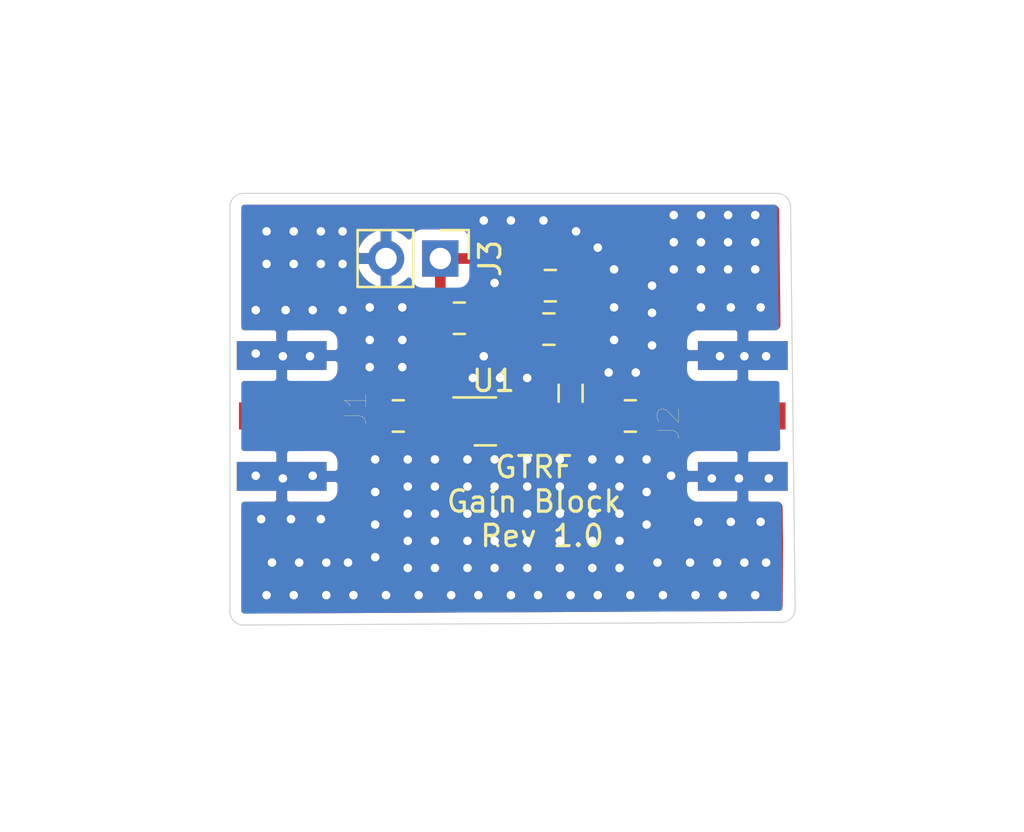
<source format=kicad_pcb>
(kicad_pcb (version 20171130) (host pcbnew "(5.1.9)-1")

  (general
    (thickness 1.6)
    (drawings 9)
    (tracks 164)
    (zones 0)
    (modules 10)
    (nets 11)
  )

  (page A4)
  (layers
    (0 F.Cu signal)
    (31 B.Cu signal)
    (32 B.Adhes user)
    (33 F.Adhes user)
    (34 B.Paste user)
    (35 F.Paste user)
    (36 B.SilkS user)
    (37 F.SilkS user)
    (38 B.Mask user)
    (39 F.Mask user)
    (40 Dwgs.User user)
    (41 Cmts.User user)
    (42 Eco1.User user)
    (43 Eco2.User user)
    (44 Edge.Cuts user)
    (45 Margin user)
    (46 B.CrtYd user)
    (47 F.CrtYd user)
    (48 B.Fab user)
    (49 F.Fab user)
  )

  (setup
    (last_trace_width 0.25)
    (trace_clearance 0.2)
    (zone_clearance 0.508)
    (zone_45_only no)
    (trace_min 0.2)
    (via_size 0.8)
    (via_drill 0.4)
    (via_min_size 0.4)
    (via_min_drill 0.3)
    (uvia_size 0.3)
    (uvia_drill 0.1)
    (uvias_allowed no)
    (uvia_min_size 0.2)
    (uvia_min_drill 0.1)
    (edge_width 0.05)
    (segment_width 0.2)
    (pcb_text_width 0.3)
    (pcb_text_size 1.5 1.5)
    (mod_edge_width 0.12)
    (mod_text_size 1 1)
    (mod_text_width 0.15)
    (pad_size 1.35 4.2)
    (pad_drill 0)
    (pad_to_mask_clearance 0)
    (aux_axis_origin 0 0)
    (visible_elements 7FFFFFFF)
    (pcbplotparams
      (layerselection 0x010fc_ffffffff)
      (usegerberextensions false)
      (usegerberattributes true)
      (usegerberadvancedattributes true)
      (creategerberjobfile true)
      (excludeedgelayer true)
      (linewidth 0.100000)
      (plotframeref false)
      (viasonmask false)
      (mode 1)
      (useauxorigin false)
      (hpglpennumber 1)
      (hpglpenspeed 20)
      (hpglpendiameter 15.000000)
      (psnegative false)
      (psa4output false)
      (plotreference true)
      (plotvalue true)
      (plotinvisibletext false)
      (padsonsilk false)
      (subtractmaskfromsilk false)
      (outputformat 1)
      (mirror false)
      (drillshape 0)
      (scaleselection 1)
      (outputdirectory "Gerber/"))
  )

  (net 0 "")
  (net 1 "Net-(CC1-Pad1)")
  (net 2 "Net-(CC1-Pad2)")
  (net 3 "Net-(CC2-Pad2)")
  (net 4 "Net-(CC2-Pad1)")
  (net 5 VCC)
  (net 6 GND)
  (net 7 "Net-(U1-Pad3)")
  (net 8 "Net-(U1-Pad8)")
  (net 9 "Net-(U1-Pad4)")
  (net 10 "Net-(U1-Pad6)")

  (net_class Default "This is the default net class."
    (clearance 0.2)
    (trace_width 0.25)
    (via_dia 0.8)
    (via_drill 0.4)
    (uvia_dia 0.3)
    (uvia_drill 0.1)
    (add_net GND)
    (add_net "Net-(CC1-Pad1)")
    (add_net "Net-(CC1-Pad2)")
    (add_net "Net-(CC2-Pad1)")
    (add_net "Net-(CC2-Pad2)")
    (add_net "Net-(U1-Pad3)")
    (add_net "Net-(U1-Pad4)")
    (add_net "Net-(U1-Pad6)")
    (add_net "Net-(U1-Pad8)")
    (add_net VCC)
  )

  (module AdditionalLibs:SAMTEC_SMA-J-P-H-ST-EM1 (layer F.Cu) (tedit 60097A86) (tstamp 60104B57)
    (at 114.427 80.264 90)
    (path /60106D72)
    (fp_text reference J2 (at -0.34105 -3.66967 90) (layer F.SilkS)
      (effects (font (size 1 1) (thickness 0.015)))
    )
    (fp_text value SMA-J-P-H-ST-EM1 (at 11.20429 12.3677 90) (layer F.Fab)
      (effects (font (size 1 1) (thickness 0.015)))
    )
    (fp_text user PCB~EDGE (at 4.30403 1.70159 90) (layer F.Fab)
      (effects (font (size 0.48 0.48) (thickness 0.015)))
    )
    (fp_line (start -3.75 2.15) (end -3.75 -2.55) (layer F.CrtYd) (width 0.05))
    (fp_line (start -3.415 2.15) (end -3.75 2.15) (layer F.CrtYd) (width 0.05))
    (fp_line (start -3.415 11.67) (end -3.415 2.15) (layer F.CrtYd) (width 0.05))
    (fp_line (start 3.415 11.67) (end -3.415 11.67) (layer F.CrtYd) (width 0.05))
    (fp_line (start 3.415 2.15) (end 3.415 11.67) (layer F.CrtYd) (width 0.05))
    (fp_line (start 3.75 2.15) (end 3.415 2.15) (layer F.CrtYd) (width 0.05))
    (fp_line (start 3.75 -2.55) (end 3.75 2.15) (layer F.CrtYd) (width 0.05))
    (fp_line (start -3.75 -2.55) (end 3.75 -2.55) (layer F.CrtYd) (width 0.05))
    (fp_line (start 3.175 -1.91) (end 3.165 1.9) (layer F.Fab) (width 0.1))
    (fp_line (start -3.175 -1.91) (end 3.175 -1.91) (layer F.Fab) (width 0.1))
    (fp_line (start -3.165 1.9) (end -3.175 -1.91) (layer F.Fab) (width 0.1))
    (fp_line (start 3.165 1.9) (end 5 1.9) (layer F.Fab) (width 0.1))
    (fp_line (start -3.165 1.9) (end 3.165 1.9) (layer F.Fab) (width 0.1))
    (fp_line (start -5 1.9) (end -3.165 1.9) (layer F.Fab) (width 0.1))
    (fp_line (start -3.165 11.42) (end -3.165 1.9) (layer F.Fab) (width 0.1))
    (fp_line (start 3.165 11.42) (end -3.165 11.42) (layer F.Fab) (width 0.1))
    (fp_line (start 3.165 1.9) (end 3.165 11.42) (layer F.Fab) (width 0.1))
    (pad 3_2 smd rect (at 2.825 -0.2 90) (size 1.35 4.2) (layers B.Cu B.Paste B.Mask)
      (net 6 GND))
    (pad 2_2 smd rect (at -2.825 -0.2 90) (size 1.35 4.2) (layers B.Cu B.Paste B.Mask)
      (net 6 GND))
    (pad 3_1 smd rect (at 2.825 -0.2 90) (size 1.35 4.2) (layers F.Cu F.Paste F.Mask)
      (net 6 GND))
    (pad 2_1 smd rect (at -2.825 -0.2 90) (size 1.35 4.2) (layers F.Cu F.Paste F.Mask)
      (net 6 GND))
    (pad 1 smd rect (at 0 0 90) (size 1.27 3.6) (layers F.Cu F.Paste F.Mask)
      (net 4 "Net-(CC2-Pad1)"))
  )

  (module AdditionalLibs:SAMTEC_SMA-J-P-H-ST-EM1 (layer F.Cu) (tedit 60097A86) (tstamp 60104B3C)
    (at 92.456 80.264 270)
    (path /60104F62)
    (fp_text reference J1 (at -0.34105 -3.66967 90) (layer F.SilkS)
      (effects (font (size 1 1) (thickness 0.015)))
    )
    (fp_text value SMA-J-P-H-ST-EM1 (at 11.20429 12.3677 90) (layer F.Fab)
      (effects (font (size 1 1) (thickness 0.015)))
    )
    (fp_text user PCB~EDGE (at 4.30403 1.70159 90) (layer F.Fab)
      (effects (font (size 0.48 0.48) (thickness 0.015)))
    )
    (fp_line (start -3.75 2.15) (end -3.75 -2.55) (layer F.CrtYd) (width 0.05))
    (fp_line (start -3.415 2.15) (end -3.75 2.15) (layer F.CrtYd) (width 0.05))
    (fp_line (start -3.415 11.67) (end -3.415 2.15) (layer F.CrtYd) (width 0.05))
    (fp_line (start 3.415 11.67) (end -3.415 11.67) (layer F.CrtYd) (width 0.05))
    (fp_line (start 3.415 2.15) (end 3.415 11.67) (layer F.CrtYd) (width 0.05))
    (fp_line (start 3.75 2.15) (end 3.415 2.15) (layer F.CrtYd) (width 0.05))
    (fp_line (start 3.75 -2.55) (end 3.75 2.15) (layer F.CrtYd) (width 0.05))
    (fp_line (start -3.75 -2.55) (end 3.75 -2.55) (layer F.CrtYd) (width 0.05))
    (fp_line (start 3.175 -1.91) (end 3.165 1.9) (layer F.Fab) (width 0.1))
    (fp_line (start -3.175 -1.91) (end 3.175 -1.91) (layer F.Fab) (width 0.1))
    (fp_line (start -3.165 1.9) (end -3.175 -1.91) (layer F.Fab) (width 0.1))
    (fp_line (start 3.165 1.9) (end 5 1.9) (layer F.Fab) (width 0.1))
    (fp_line (start -3.165 1.9) (end 3.165 1.9) (layer F.Fab) (width 0.1))
    (fp_line (start -5 1.9) (end -3.165 1.9) (layer F.Fab) (width 0.1))
    (fp_line (start -3.165 11.42) (end -3.165 1.9) (layer F.Fab) (width 0.1))
    (fp_line (start 3.165 11.42) (end -3.165 11.42) (layer F.Fab) (width 0.1))
    (fp_line (start 3.165 1.9) (end 3.165 11.42) (layer F.Fab) (width 0.1))
    (pad 3_2 smd rect (at 2.825 -0.2 270) (size 1.35 4.2) (layers B.Cu B.Paste B.Mask)
      (net 6 GND))
    (pad 2_2 smd rect (at -2.825 -0.2 270) (size 1.35 4.2) (layers B.Cu B.Paste B.Mask)
      (net 6 GND))
    (pad 3_1 smd rect (at 2.825 -0.2 270) (size 1.35 4.2) (layers F.Cu F.Paste F.Mask)
      (net 6 GND))
    (pad 2_1 smd rect (at -2.825 -0.2 270) (size 1.35 4.2) (layers F.Cu F.Paste F.Mask)
      (net 6 GND))
    (pad 1 smd rect (at 0 0 270) (size 1.27 3.6) (layers F.Cu F.Paste F.Mask)
      (net 2 "Net-(CC1-Pad2)"))
  )

  (module Connector_PinHeader_2.54mm:PinHeader_1x02_P2.54mm_Vertical (layer F.Cu) (tedit 59FED5CC) (tstamp 6010692D)
    (at 100.076 72.898 270)
    (descr "Through hole straight pin header, 1x02, 2.54mm pitch, single row")
    (tags "Through hole pin header THT 1x02 2.54mm single row")
    (path /60106FBE)
    (fp_text reference J3 (at 0 -2.33 90) (layer F.SilkS)
      (effects (font (size 1 1) (thickness 0.15)))
    )
    (fp_text value Conn_01x02 (at 0 4.87 90) (layer F.Fab)
      (effects (font (size 1 1) (thickness 0.15)))
    )
    (fp_line (start -0.635 -1.27) (end 1.27 -1.27) (layer F.Fab) (width 0.1))
    (fp_line (start 1.27 -1.27) (end 1.27 3.81) (layer F.Fab) (width 0.1))
    (fp_line (start 1.27 3.81) (end -1.27 3.81) (layer F.Fab) (width 0.1))
    (fp_line (start -1.27 3.81) (end -1.27 -0.635) (layer F.Fab) (width 0.1))
    (fp_line (start -1.27 -0.635) (end -0.635 -1.27) (layer F.Fab) (width 0.1))
    (fp_line (start -1.33 3.87) (end 1.33 3.87) (layer F.SilkS) (width 0.12))
    (fp_line (start -1.33 1.27) (end -1.33 3.87) (layer F.SilkS) (width 0.12))
    (fp_line (start 1.33 1.27) (end 1.33 3.87) (layer F.SilkS) (width 0.12))
    (fp_line (start -1.33 1.27) (end 1.33 1.27) (layer F.SilkS) (width 0.12))
    (fp_line (start -1.33 0) (end -1.33 -1.33) (layer F.SilkS) (width 0.12))
    (fp_line (start -1.33 -1.33) (end 0 -1.33) (layer F.SilkS) (width 0.12))
    (fp_line (start -1.8 -1.8) (end -1.8 4.35) (layer F.CrtYd) (width 0.05))
    (fp_line (start -1.8 4.35) (end 1.8 4.35) (layer F.CrtYd) (width 0.05))
    (fp_line (start 1.8 4.35) (end 1.8 -1.8) (layer F.CrtYd) (width 0.05))
    (fp_line (start 1.8 -1.8) (end -1.8 -1.8) (layer F.CrtYd) (width 0.05))
    (fp_text user %R (at 0 1.27) (layer F.Fab)
      (effects (font (size 1 1) (thickness 0.15)))
    )
    (pad 2 thru_hole oval (at 0 2.54 270) (size 1.7 1.7) (drill 1) (layers *.Cu *.Mask)
      (net 6 GND))
    (pad 1 thru_hole rect (at 0 0 270) (size 1.7 1.7) (drill 1) (layers *.Cu *.Mask)
      (net 5 VCC))
    (model ${KISYS3DMOD}/Connector_PinHeader_2.54mm.3dshapes/PinHeader_1x02_P2.54mm_Vertical.wrl
      (at (xyz 0 0 0))
      (scale (xyz 1 1 1))
      (rotate (xyz 0 0 0))
    )
  )

  (module Capacitor_SMD:C_0805_2012Metric (layer F.Cu) (tedit 5F68FEEE) (tstamp 60077B69)
    (at 98.11 80.264 180)
    (descr "Capacitor SMD 0805 (2012 Metric), square (rectangular) end terminal, IPC_7351 nominal, (Body size source: IPC-SM-782 page 76, https://www.pcb-3d.com/wordpress/wp-content/uploads/ipc-sm-782a_amendment_1_and_2.pdf, https://docs.google.com/spreadsheets/d/1BsfQQcO9C6DZCsRaXUlFlo91Tg2WpOkGARC1WS5S8t0/edit?usp=sharing), generated with kicad-footprint-generator")
    (tags capacitor)
    (path /60083F0D)
    (attr smd)
    (fp_text reference CC1 (at 0 -1.68) (layer F.SilkS) hide
      (effects (font (size 1 1) (thickness 0.15)))
    )
    (fp_text value .47u (at 0 1.68) (layer F.Fab) hide
      (effects (font (size 1 1) (thickness 0.15)))
    )
    (fp_line (start -1 0.625) (end -1 -0.625) (layer F.Fab) (width 0.1))
    (fp_line (start -1 -0.625) (end 1 -0.625) (layer F.Fab) (width 0.1))
    (fp_line (start 1 -0.625) (end 1 0.625) (layer F.Fab) (width 0.1))
    (fp_line (start 1 0.625) (end -1 0.625) (layer F.Fab) (width 0.1))
    (fp_line (start -0.261252 -0.735) (end 0.261252 -0.735) (layer F.SilkS) (width 0.12))
    (fp_line (start -0.261252 0.735) (end 0.261252 0.735) (layer F.SilkS) (width 0.12))
    (fp_line (start -1.7 0.98) (end -1.7 -0.98) (layer F.CrtYd) (width 0.05))
    (fp_line (start -1.7 -0.98) (end 1.7 -0.98) (layer F.CrtYd) (width 0.05))
    (fp_line (start 1.7 -0.98) (end 1.7 0.98) (layer F.CrtYd) (width 0.05))
    (fp_line (start 1.7 0.98) (end -1.7 0.98) (layer F.CrtYd) (width 0.05))
    (fp_text user %R (at 0 0) (layer F.Fab)
      (effects (font (size 0.5 0.5) (thickness 0.08)))
    )
    (pad 1 smd roundrect (at -0.95 0 180) (size 1 1.45) (layers F.Cu F.Paste F.Mask) (roundrect_rratio 0.25)
      (net 1 "Net-(CC1-Pad1)"))
    (pad 2 smd roundrect (at 0.95 0 180) (size 1 1.45) (layers F.Cu F.Paste F.Mask) (roundrect_rratio 0.25)
      (net 2 "Net-(CC1-Pad2)"))
    (model ${KISYS3DMOD}/Capacitor_SMD.3dshapes/C_0805_2012Metric.wrl
      (at (xyz 0 0 0))
      (scale (xyz 1 1 1))
      (rotate (xyz 0 0 0))
    )
  )

  (module Capacitor_SMD:C_0805_2012Metric (layer F.Cu) (tedit 5F68FEEE) (tstamp 60077B7A)
    (at 108.966 80.264 180)
    (descr "Capacitor SMD 0805 (2012 Metric), square (rectangular) end terminal, IPC_7351 nominal, (Body size source: IPC-SM-782 page 76, https://www.pcb-3d.com/wordpress/wp-content/uploads/ipc-sm-782a_amendment_1_and_2.pdf, https://docs.google.com/spreadsheets/d/1BsfQQcO9C6DZCsRaXUlFlo91Tg2WpOkGARC1WS5S8t0/edit?usp=sharing), generated with kicad-footprint-generator")
    (tags capacitor)
    (path /60084D5C)
    (attr smd)
    (fp_text reference CC2 (at 0 -1.68) (layer F.SilkS) hide
      (effects (font (size 1 1) (thickness 0.15)))
    )
    (fp_text value .47u (at 0 1.68) (layer F.Fab) hide
      (effects (font (size 1 1) (thickness 0.15)))
    )
    (fp_line (start 1.7 0.98) (end -1.7 0.98) (layer F.CrtYd) (width 0.05))
    (fp_line (start 1.7 -0.98) (end 1.7 0.98) (layer F.CrtYd) (width 0.05))
    (fp_line (start -1.7 -0.98) (end 1.7 -0.98) (layer F.CrtYd) (width 0.05))
    (fp_line (start -1.7 0.98) (end -1.7 -0.98) (layer F.CrtYd) (width 0.05))
    (fp_line (start -0.261252 0.735) (end 0.261252 0.735) (layer F.SilkS) (width 0.12))
    (fp_line (start -0.261252 -0.735) (end 0.261252 -0.735) (layer F.SilkS) (width 0.12))
    (fp_line (start 1 0.625) (end -1 0.625) (layer F.Fab) (width 0.1))
    (fp_line (start 1 -0.625) (end 1 0.625) (layer F.Fab) (width 0.1))
    (fp_line (start -1 -0.625) (end 1 -0.625) (layer F.Fab) (width 0.1))
    (fp_line (start -1 0.625) (end -1 -0.625) (layer F.Fab) (width 0.1))
    (fp_text user %R (at 0 0) (layer F.Fab)
      (effects (font (size 0.5 0.5) (thickness 0.08)))
    )
    (pad 2 smd roundrect (at 0.95 0 180) (size 1 1.45) (layers F.Cu F.Paste F.Mask) (roundrect_rratio 0.25)
      (net 3 "Net-(CC2-Pad2)"))
    (pad 1 smd roundrect (at -0.95 0 180) (size 1 1.45) (layers F.Cu F.Paste F.Mask) (roundrect_rratio 0.25)
      (net 4 "Net-(CC2-Pad1)"))
    (model ${KISYS3DMOD}/Capacitor_SMD.3dshapes/C_0805_2012Metric.wrl
      (at (xyz 0 0 0))
      (scale (xyz 1 1 1))
      (rotate (xyz 0 0 0))
    )
  )

  (module Capacitor_SMD:C_0805_2012Metric (layer F.Cu) (tedit 5F68FEEE) (tstamp 60077B8B)
    (at 100.965 75.692)
    (descr "Capacitor SMD 0805 (2012 Metric), square (rectangular) end terminal, IPC_7351 nominal, (Body size source: IPC-SM-782 page 76, https://www.pcb-3d.com/wordpress/wp-content/uploads/ipc-sm-782a_amendment_1_and_2.pdf, https://docs.google.com/spreadsheets/d/1BsfQQcO9C6DZCsRaXUlFlo91Tg2WpOkGARC1WS5S8t0/edit?usp=sharing), generated with kicad-footprint-generator")
    (tags capacitor)
    (path /6008A6A5)
    (attr smd)
    (fp_text reference CDC1 (at 0 -1.68) (layer F.SilkS) hide
      (effects (font (size 1 1) (thickness 0.15)))
    )
    (fp_text value .1u (at 0 1.68) (layer F.Fab) hide
      (effects (font (size 1 1) (thickness 0.15)))
    )
    (fp_line (start -1 0.625) (end -1 -0.625) (layer F.Fab) (width 0.1))
    (fp_line (start -1 -0.625) (end 1 -0.625) (layer F.Fab) (width 0.1))
    (fp_line (start 1 -0.625) (end 1 0.625) (layer F.Fab) (width 0.1))
    (fp_line (start 1 0.625) (end -1 0.625) (layer F.Fab) (width 0.1))
    (fp_line (start -0.261252 -0.735) (end 0.261252 -0.735) (layer F.SilkS) (width 0.12))
    (fp_line (start -0.261252 0.735) (end 0.261252 0.735) (layer F.SilkS) (width 0.12))
    (fp_line (start -1.7 0.98) (end -1.7 -0.98) (layer F.CrtYd) (width 0.05))
    (fp_line (start -1.7 -0.98) (end 1.7 -0.98) (layer F.CrtYd) (width 0.05))
    (fp_line (start 1.7 -0.98) (end 1.7 0.98) (layer F.CrtYd) (width 0.05))
    (fp_line (start 1.7 0.98) (end -1.7 0.98) (layer F.CrtYd) (width 0.05))
    (fp_text user %R (at 0 0) (layer F.Fab)
      (effects (font (size 0.5 0.5) (thickness 0.08)))
    )
    (pad 1 smd roundrect (at -0.95 0) (size 1 1.45) (layers F.Cu F.Paste F.Mask) (roundrect_rratio 0.25)
      (net 5 VCC))
    (pad 2 smd roundrect (at 0.95 0) (size 1 1.45) (layers F.Cu F.Paste F.Mask) (roundrect_rratio 0.25)
      (net 6 GND))
    (model ${KISYS3DMOD}/Capacitor_SMD.3dshapes/C_0805_2012Metric.wrl
      (at (xyz 0 0 0))
      (scale (xyz 1 1 1))
      (rotate (xyz 0 0 0))
    )
  )

  (module Capacitor_SMD:C_0805_2012Metric (layer F.Cu) (tedit 5F68FEEE) (tstamp 60077B9C)
    (at 105.156 76.2 180)
    (descr "Capacitor SMD 0805 (2012 Metric), square (rectangular) end terminal, IPC_7351 nominal, (Body size source: IPC-SM-782 page 76, https://www.pcb-3d.com/wordpress/wp-content/uploads/ipc-sm-782a_amendment_1_and_2.pdf, https://docs.google.com/spreadsheets/d/1BsfQQcO9C6DZCsRaXUlFlo91Tg2WpOkGARC1WS5S8t0/edit?usp=sharing), generated with kicad-footprint-generator")
    (tags capacitor)
    (path /6008A37F)
    (attr smd)
    (fp_text reference CRF1 (at 0 -1.68) (layer F.SilkS) hide
      (effects (font (size 1 1) (thickness 0.15)))
    )
    (fp_text value 20p (at 0 1.68) (layer F.Fab) hide
      (effects (font (size 1 1) (thickness 0.15)))
    )
    (fp_line (start 1.7 0.98) (end -1.7 0.98) (layer F.CrtYd) (width 0.05))
    (fp_line (start 1.7 -0.98) (end 1.7 0.98) (layer F.CrtYd) (width 0.05))
    (fp_line (start -1.7 -0.98) (end 1.7 -0.98) (layer F.CrtYd) (width 0.05))
    (fp_line (start -1.7 0.98) (end -1.7 -0.98) (layer F.CrtYd) (width 0.05))
    (fp_line (start -0.261252 0.735) (end 0.261252 0.735) (layer F.SilkS) (width 0.12))
    (fp_line (start -0.261252 -0.735) (end 0.261252 -0.735) (layer F.SilkS) (width 0.12))
    (fp_line (start 1 0.625) (end -1 0.625) (layer F.Fab) (width 0.1))
    (fp_line (start 1 -0.625) (end 1 0.625) (layer F.Fab) (width 0.1))
    (fp_line (start -1 -0.625) (end 1 -0.625) (layer F.Fab) (width 0.1))
    (fp_line (start -1 0.625) (end -1 -0.625) (layer F.Fab) (width 0.1))
    (fp_text user %R (at 0 0) (layer F.Fab)
      (effects (font (size 0.5 0.5) (thickness 0.08)))
    )
    (pad 2 smd roundrect (at 0.95 0 180) (size 1 1.45) (layers F.Cu F.Paste F.Mask) (roundrect_rratio 0.25)
      (net 6 GND))
    (pad 1 smd roundrect (at -0.95 0 180) (size 1 1.45) (layers F.Cu F.Paste F.Mask) (roundrect_rratio 0.25)
      (net 5 VCC))
    (model ${KISYS3DMOD}/Capacitor_SMD.3dshapes/C_0805_2012Metric.wrl
      (at (xyz 0 0 0))
      (scale (xyz 1 1 1))
      (rotate (xyz 0 0 0))
    )
  )

  (module Capacitor_SMD:C_0805_2012Metric (layer F.Cu) (tedit 5F68FEEE) (tstamp 60077BAD)
    (at 105.222 74.168 180)
    (descr "Capacitor SMD 0805 (2012 Metric), square (rectangular) end terminal, IPC_7351 nominal, (Body size source: IPC-SM-782 page 76, https://www.pcb-3d.com/wordpress/wp-content/uploads/ipc-sm-782a_amendment_1_and_2.pdf, https://docs.google.com/spreadsheets/d/1BsfQQcO9C6DZCsRaXUlFlo91Tg2WpOkGARC1WS5S8t0/edit?usp=sharing), generated with kicad-footprint-generator")
    (tags capacitor)
    (path /600895D3)
    (attr smd)
    (fp_text reference CRF2 (at 0 -1.68) (layer F.SilkS) hide
      (effects (font (size 1 1) (thickness 0.15)))
    )
    (fp_text value 20p (at 0 1.68) (layer F.Fab) hide
      (effects (font (size 1 1) (thickness 0.15)))
    )
    (fp_line (start -1 0.625) (end -1 -0.625) (layer F.Fab) (width 0.1))
    (fp_line (start -1 -0.625) (end 1 -0.625) (layer F.Fab) (width 0.1))
    (fp_line (start 1 -0.625) (end 1 0.625) (layer F.Fab) (width 0.1))
    (fp_line (start 1 0.625) (end -1 0.625) (layer F.Fab) (width 0.1))
    (fp_line (start -0.261252 -0.735) (end 0.261252 -0.735) (layer F.SilkS) (width 0.12))
    (fp_line (start -0.261252 0.735) (end 0.261252 0.735) (layer F.SilkS) (width 0.12))
    (fp_line (start -1.7 0.98) (end -1.7 -0.98) (layer F.CrtYd) (width 0.05))
    (fp_line (start -1.7 -0.98) (end 1.7 -0.98) (layer F.CrtYd) (width 0.05))
    (fp_line (start 1.7 -0.98) (end 1.7 0.98) (layer F.CrtYd) (width 0.05))
    (fp_line (start 1.7 0.98) (end -1.7 0.98) (layer F.CrtYd) (width 0.05))
    (fp_text user %R (at 0 0) (layer F.Fab)
      (effects (font (size 0.5 0.5) (thickness 0.08)))
    )
    (pad 1 smd roundrect (at -0.95 0 180) (size 1 1.45) (layers F.Cu F.Paste F.Mask) (roundrect_rratio 0.25)
      (net 5 VCC))
    (pad 2 smd roundrect (at 0.95 0 180) (size 1 1.45) (layers F.Cu F.Paste F.Mask) (roundrect_rratio 0.25)
      (net 6 GND))
    (model ${KISYS3DMOD}/Capacitor_SMD.3dshapes/C_0805_2012Metric.wrl
      (at (xyz 0 0 0))
      (scale (xyz 1 1 1))
      (rotate (xyz 0 0 0))
    )
  )

  (module Inductor_SMD:L_0805_2012Metric (layer F.Cu) (tedit 5F68FEF0) (tstamp 60077C04)
    (at 106.172 79.2015 270)
    (descr "Inductor SMD 0805 (2012 Metric), square (rectangular) end terminal, IPC_7351 nominal, (Body size source: IPC-SM-782 page 80, https://www.pcb-3d.com/wordpress/wp-content/uploads/ipc-sm-782a_amendment_1_and_2.pdf), generated with kicad-footprint-generator")
    (tags inductor)
    (path /6009DD00)
    (attr smd)
    (fp_text reference LRF1 (at 0 -1.55 90) (layer F.SilkS) hide
      (effects (font (size 1 1) (thickness 0.15)))
    )
    (fp_text value 100n (at 0 1.55 90) (layer F.Fab) hide
      (effects (font (size 1 1) (thickness 0.15)))
    )
    (fp_line (start -1 0.45) (end -1 -0.45) (layer F.Fab) (width 0.1))
    (fp_line (start -1 -0.45) (end 1 -0.45) (layer F.Fab) (width 0.1))
    (fp_line (start 1 -0.45) (end 1 0.45) (layer F.Fab) (width 0.1))
    (fp_line (start 1 0.45) (end -1 0.45) (layer F.Fab) (width 0.1))
    (fp_line (start -0.399622 -0.56) (end 0.399622 -0.56) (layer F.SilkS) (width 0.12))
    (fp_line (start -0.399622 0.56) (end 0.399622 0.56) (layer F.SilkS) (width 0.12))
    (fp_line (start -1.75 0.85) (end -1.75 -0.85) (layer F.CrtYd) (width 0.05))
    (fp_line (start -1.75 -0.85) (end 1.75 -0.85) (layer F.CrtYd) (width 0.05))
    (fp_line (start 1.75 -0.85) (end 1.75 0.85) (layer F.CrtYd) (width 0.05))
    (fp_line (start 1.75 0.85) (end -1.75 0.85) (layer F.CrtYd) (width 0.05))
    (fp_text user %R (at 0 0 90) (layer F.Fab)
      (effects (font (size 0.5 0.5) (thickness 0.08)))
    )
    (pad 1 smd roundrect (at -1.0625 0 270) (size 0.875 1.2) (layers F.Cu F.Paste F.Mask) (roundrect_rratio 0.25)
      (net 5 VCC))
    (pad 2 smd roundrect (at 1.0625 0 270) (size 0.875 1.2) (layers F.Cu F.Paste F.Mask) (roundrect_rratio 0.25)
      (net 3 "Net-(CC2-Pad2)"))
    (model ${KISYS3DMOD}/Inductor_SMD.3dshapes/L_0805_2012Metric.wrl
      (at (xyz 0 0 0))
      (scale (xyz 1 1 1))
      (rotate (xyz 0 0 0))
    )
  )

  (module Package_SON:WSON-8-1EP_2x2mm_P0.5mm_EP0.9x1.6mm (layer F.Cu) (tedit 5A65F6A7) (tstamp 6009382C)
    (at 102.1842 80.518)
    (descr "8-Lead Plastic WSON, 2x2mm Body, 0.5mm Pitch, WSON-8, http://www.ti.com/lit/ds/symlink/lm27761.pdf")
    (tags "WSON 8 1EP")
    (path /60076AFE)
    (attr smd)
    (fp_text reference U1 (at 0.38 -1.9) (layer F.SilkS)
      (effects (font (size 1 1) (thickness 0.15)))
    )
    (fp_text value TRF37A73 (at 0.01 2.14) (layer F.Fab)
      (effects (font (size 1 1) (thickness 0.15)))
    )
    (fp_line (start -0.5 -1) (end -1 -0.5) (layer F.Fab) (width 0.1))
    (fp_line (start -1 1) (end -1 -0.5) (layer F.Fab) (width 0.1))
    (fp_line (start 1 1) (end -1 1) (layer F.Fab) (width 0.1))
    (fp_line (start 1 -1) (end 1 1) (layer F.Fab) (width 0.1))
    (fp_line (start -0.5 -1) (end 1 -1) (layer F.Fab) (width 0.1))
    (fp_line (start -1.6 -1.25) (end -1.6 1.25) (layer F.CrtYd) (width 0.05))
    (fp_line (start 1.6 -1.25) (end 1.6 1.25) (layer F.CrtYd) (width 0.05))
    (fp_line (start -1.6 -1.25) (end 1.6 -1.25) (layer F.CrtYd) (width 0.05))
    (fp_line (start -1.6 1.25) (end 1.6 1.25) (layer F.CrtYd) (width 0.05))
    (fp_line (start 0.5 1.12) (end -0.5 1.12) (layer F.SilkS) (width 0.12))
    (fp_line (start -1.5 -1.12) (end 0.5 -1.12) (layer F.SilkS) (width 0.12))
    (fp_text user %R (at 0 0) (layer F.Fab)
      (effects (font (size 0.7 0.7) (thickness 0.1)))
    )
    (pad 3 smd rect (at -0.95 0.25) (size 0.5 0.25) (layers F.Cu F.Paste F.Mask)
      (net 7 "Net-(U1-Pad3)"))
    (pad 7 smd rect (at 0.95 -0.25) (size 0.5 0.25) (layers F.Cu F.Paste F.Mask)
      (net 3 "Net-(CC2-Pad2)"))
    (pad 8 smd rect (at 0.95 -0.75) (size 0.5 0.25) (layers F.Cu F.Paste F.Mask)
      (net 8 "Net-(U1-Pad8)"))
    (pad 9 smd rect (at 0 0) (size 0.9 1.6) (layers F.Cu F.Mask)
      (net 6 GND))
    (pad 1 smd rect (at -0.95 -0.75) (size 0.5 0.25) (layers F.Cu F.Paste F.Mask)
      (net 5 VCC))
    (pad 2 smd rect (at -0.95 -0.25) (size 0.5 0.25) (layers F.Cu F.Paste F.Mask)
      (net 1 "Net-(CC1-Pad1)"))
    (pad 4 smd rect (at -0.95 0.75) (size 0.5 0.25) (layers F.Cu F.Paste F.Mask)
      (net 9 "Net-(U1-Pad4)"))
    (pad 5 smd rect (at 0.95 0.75) (size 0.5 0.25) (layers F.Cu F.Paste F.Mask)
      (net 6 GND))
    (pad 6 smd rect (at 0.95 0.25) (size 0.5 0.25) (layers F.Cu F.Paste F.Mask)
      (net 10 "Net-(U1-Pad6)"))
    (pad "" smd rect (at 0 0.4) (size 0.75 0.65) (layers F.Paste))
    (pad "" smd rect (at 0 -0.4) (size 0.75 0.65) (layers F.Paste))
    (model ${KISYS3DMOD}/Package_SON.3dshapes/WSON-8-1EP_2x2mm_P0.5mm_EP0.9x1.6mm.wrl
      (at (xyz 0 0 0))
      (scale (xyz 1 1 1))
      (rotate (xyz 0 0 0))
    )
  )

  (gr_text "GTRF \nGain Block \nRev 1.0" (at 104.8385 84.2645) (layer F.SilkS)
    (effects (font (size 1 1) (thickness 0.15)))
  )
  (gr_line (start 115.824 69.85) (end 90.8685 69.85) (layer Edge.Cuts) (width 0.05) (tstamp 60077F67))
  (gr_line (start 116.676042 89.281) (end 116.459 70.485) (layer Edge.Cuts) (width 0.05) (tstamp 60077F66))
  (gr_line (start 90.8685 90.043) (end 116.078 89.916) (layer Edge.Cuts) (width 0.05) (tstamp 60077F65))
  (gr_line (start 90.2335 70.485) (end 90.2335 89.408) (layer Edge.Cuts) (width 0.05) (tstamp 60077F64))
  (gr_arc (start 90.8685 70.485) (end 90.8685 69.85) (angle -90) (layer Edge.Cuts) (width 0.05))
  (gr_arc (start 90.8685 89.408) (end 90.2335 89.408) (angle -90) (layer Edge.Cuts) (width 0.05))
  (gr_arc (start 116.0399 89.281) (end 116.078 89.916) (angle -86.56636964) (layer Edge.Cuts) (width 0.05))
  (gr_arc (start 115.824 70.485) (end 116.459 70.485) (angle -90) (layer Edge.Cuts) (width 0.05))

  (via (at 91.44 77.343) (size 0.8) (drill 0.4) (layers F.Cu B.Cu) (net 6))
  (via (at 92.71 77.47) (size 0.8) (drill 0.4) (layers F.Cu B.Cu) (net 6))
  (via (at 93.98 77.47) (size 0.8) (drill 0.4) (layers F.Cu B.Cu) (net 6))
  (via (at 91.44 83.058) (size 0.8) (drill 0.4) (layers F.Cu B.Cu) (net 6))
  (via (at 92.71 83.185) (size 0.8) (drill 0.4) (layers F.Cu B.Cu) (net 6))
  (via (at 94.107 83.058) (size 0.8) (drill 0.4) (layers F.Cu B.Cu) (net 6))
  (via (at 112.776 83.185) (size 0.8) (drill 0.4) (layers F.Cu B.Cu) (net 6))
  (via (at 114.046 83.185) (size 0.8) (drill 0.4) (layers F.Cu B.Cu) (net 6))
  (via (at 115.443 83.185) (size 0.8) (drill 0.4) (layers F.Cu B.Cu) (net 6))
  (via (at 113.157 77.47) (size 0.8) (drill 0.4) (layers F.Cu B.Cu) (net 6))
  (via (at 114.3 77.47) (size 0.8) (drill 0.4) (layers F.Cu B.Cu) (net 6))
  (via (at 115.316 77.47) (size 0.8) (drill 0.4) (layers F.Cu B.Cu) (net 6))
  (segment (start 99.06 80.264) (end 101.346 80.264) (width 0.25) (layer F.Cu) (net 1))
  (segment (start 94.996 80.264) (end 97.028 80.264) (width 1.5) (layer F.Cu) (net 2))
  (segment (start 94.996 80.264) (end 92.075 80.264) (width 1.5) (layer F.Cu) (net 2))
  (segment (start 103.124 80.264) (end 105.624 80.264) (width 0.25) (layer F.Cu) (net 3))
  (segment (start 105.624 80.264) (end 105.64 80.28) (width 0.25) (layer F.Cu) (net 3))
  (segment (start 106.172 80.264) (end 108.204 80.264) (width 0.25) (layer F.Cu) (net 3))
  (segment (start 109.916 80.264) (end 113.665 80.264) (width 1.5) (layer F.Cu) (net 4))
  (segment (start 100.076 75.692) (end 100.076 78.74) (width 0.5) (layer F.Cu) (net 5))
  (segment (start 100.076 72.898) (end 105.41 72.898) (width 0.5) (layer F.Cu) (net 5))
  (segment (start 105.918 75.946) (end 106.172 76.2) (width 0.25) (layer F.Cu) (net 5))
  (segment (start 106.172 76.2) (end 106.172 78.232) (width 0.5) (layer F.Cu) (net 5))
  (segment (start 100.076 72.898) (end 100.076 75.692) (width 0.5) (layer F.Cu) (net 5))
  (segment (start 105.41 72.898) (end 106.172 73.66) (width 0.5) (layer F.Cu) (net 5))
  (segment (start 106.172 73.66) (end 106.172 76.2) (width 0.5) (layer F.Cu) (net 5))
  (segment (start 100.076 78.74) (end 100.076 78.994) (width 0.25) (layer F.Cu) (net 5))
  (segment (start 100.076 78.994) (end 100.838 79.756) (width 0.25) (layer F.Cu) (net 5))
  (segment (start 100.838 79.756) (end 101.346 79.756) (width 0.25) (layer F.Cu) (net 5))
  (via (at 105.664 83.566) (size 0.8) (drill 0.4) (layers F.Cu B.Cu) (net 6) (tstamp 60109160))
  (via (at 104.14 83.566) (size 0.8) (drill 0.4) (layers F.Cu B.Cu) (net 6) (tstamp 60109161))
  (via (at 108.458 83.566) (size 0.8) (drill 0.4) (layers F.Cu B.Cu) (net 6) (tstamp 60109162))
  (via (at 98.552 83.566) (size 0.8) (drill 0.4) (layers F.Cu B.Cu) (net 6) (tstamp 60109164))
  (via (at 99.822 83.566) (size 0.8) (drill 0.4) (layers F.Cu B.Cu) (net 6) (tstamp 60109165))
  (via (at 101.346 83.566) (size 0.8) (drill 0.4) (layers F.Cu B.Cu) (net 6) (tstamp 60109167))
  (via (at 105.664 84.836) (size 0.8) (drill 0.4) (layers F.Cu B.Cu) (net 6) (tstamp 60109160))
  (via (at 104.14 84.836) (size 0.8) (drill 0.4) (layers F.Cu B.Cu) (net 6) (tstamp 60109161))
  (via (at 108.458 84.836) (size 0.8) (drill 0.4) (layers F.Cu B.Cu) (net 6) (tstamp 60109162))
  (via (at 102.616 84.836) (size 0.8) (drill 0.4) (layers F.Cu B.Cu) (net 6) (tstamp 60109163))
  (via (at 98.552 84.836) (size 0.8) (drill 0.4) (layers F.Cu B.Cu) (net 6) (tstamp 60109164))
  (via (at 99.822 84.836) (size 0.8) (drill 0.4) (layers F.Cu B.Cu) (net 6) (tstamp 60109165))
  (via (at 107.188 84.836) (size 0.8) (drill 0.4) (layers F.Cu B.Cu) (net 6) (tstamp 60109166))
  (via (at 101.346 84.836) (size 0.8) (drill 0.4) (layers F.Cu B.Cu) (net 6) (tstamp 60109167))
  (via (at 104.14 86.106) (size 0.8) (drill 0.4) (layers F.Cu B.Cu) (net 6) (tstamp 60109161))
  (via (at 108.458 86.106) (size 0.8) (drill 0.4) (layers F.Cu B.Cu) (net 6) (tstamp 60109162))
  (via (at 98.552 86.106) (size 0.8) (drill 0.4) (layers F.Cu B.Cu) (net 6) (tstamp 60109164))
  (via (at 107.188 86.106) (size 0.8) (drill 0.4) (layers F.Cu B.Cu) (net 6) (tstamp 60109166))
  (via (at 101.346 86.106) (size 0.8) (drill 0.4) (layers F.Cu B.Cu) (net 6) (tstamp 60109167))
  (via (at 105.664 87.376) (size 0.8) (drill 0.4) (layers F.Cu B.Cu) (net 6) (tstamp 60109160))
  (via (at 104.14 87.376) (size 0.8) (drill 0.4) (layers F.Cu B.Cu) (net 6) (tstamp 60109161))
  (via (at 108.458 87.376) (size 0.8) (drill 0.4) (layers F.Cu B.Cu) (net 6) (tstamp 60109162))
  (via (at 102.616 87.376) (size 0.8) (drill 0.4) (layers F.Cu B.Cu) (net 6) (tstamp 60109163))
  (via (at 98.552 87.376) (size 0.8) (drill 0.4) (layers F.Cu B.Cu) (net 6) (tstamp 60109164))
  (via (at 99.822 87.376) (size 0.8) (drill 0.4) (layers F.Cu B.Cu) (net 6) (tstamp 60109165))
  (via (at 107.188 87.376) (size 0.8) (drill 0.4) (layers F.Cu B.Cu) (net 6) (tstamp 60109166))
  (via (at 101.346 87.376) (size 0.8) (drill 0.4) (layers F.Cu B.Cu) (net 6) (tstamp 60109167))
  (via (at 99.06 88.646) (size 0.8) (drill 0.4) (layers F.Cu B.Cu) (net 6) (tstamp 60109160))
  (via (at 97.536 88.646) (size 0.8) (drill 0.4) (layers F.Cu B.Cu) (net 6) (tstamp 60109161))
  (via (at 101.854 88.646) (size 0.8) (drill 0.4) (layers F.Cu B.Cu) (net 6) (tstamp 60109162))
  (via (at 96.012 88.646) (size 0.8) (drill 0.4) (layers F.Cu B.Cu) (net 6) (tstamp 60109163))
  (via (at 91.948 88.646) (size 0.8) (drill 0.4) (layers F.Cu B.Cu) (net 6) (tstamp 60109164))
  (via (at 93.218 88.646) (size 0.8) (drill 0.4) (layers F.Cu B.Cu) (net 6) (tstamp 60109165))
  (via (at 94.742 88.646) (size 0.8) (drill 0.4) (layers F.Cu B.Cu) (net 6) (tstamp 60109167))
  (via (at 110.49 88.646) (size 0.8) (drill 0.4) (layers F.Cu B.Cu) (net 6) (tstamp 60109160))
  (via (at 108.966 88.646) (size 0.8) (drill 0.4) (layers F.Cu B.Cu) (net 6) (tstamp 60109161))
  (via (at 113.284 88.646) (size 0.8) (drill 0.4) (layers F.Cu B.Cu) (net 6) (tstamp 60109162))
  (via (at 107.442 88.646) (size 0.8) (drill 0.4) (layers F.Cu B.Cu) (net 6) (tstamp 60109163))
  (via (at 104.648 88.646) (size 0.8) (drill 0.4) (layers F.Cu B.Cu) (net 6) (tstamp 60109165))
  (via (at 112.014 88.646) (size 0.8) (drill 0.4) (layers F.Cu B.Cu) (net 6) (tstamp 60109166))
  (via (at 108.204 75.184) (size 0.8) (drill 0.4) (layers F.Cu B.Cu) (net 6))
  (via (at 109.728 85.344) (size 0.8) (drill 0.4) (layers F.Cu B.Cu) (net 6))
  (segment (start 102.174 80.514) (end 102.174 80.774002) (width 0.25) (layer F.Cu) (net 6))
  (segment (start 102.174 81.014) (end 102.44 81.28) (width 0.25) (layer F.Cu) (net 6))
  (segment (start 102.44 81.28) (end 103.124 81.28) (width 0.25) (layer F.Cu) (net 6))
  (segment (start 103.124 81.264) (end 103.124 81.28) (width 0.25) (layer F.Cu) (net 6))
  (via (at 97.028 82.296) (size 0.8) (drill 0.4) (layers F.Cu B.Cu) (net 6))
  (via (at 97.028 83.82) (size 0.8) (drill 0.4) (layers F.Cu B.Cu) (net 6))
  (via (at 97.028 85.344) (size 0.8) (drill 0.4) (layers F.Cu B.Cu) (net 6))
  (via (at 97.028 86.868) (size 0.8) (drill 0.4) (layers F.Cu B.Cu) (net 6))
  (via (at 95.758 87.122) (size 0.8) (drill 0.4) (layers F.Cu B.Cu) (net 6))
  (via (at 94.742 87.122) (size 0.8) (drill 0.4) (layers F.Cu B.Cu) (net 6))
  (via (at 93.472 87.122) (size 0.8) (drill 0.4) (layers F.Cu B.Cu) (net 6))
  (via (at 92.202 87.122) (size 0.8) (drill 0.4) (layers F.Cu B.Cu) (net 6))
  (via (at 98.552 82.296) (size 0.8) (drill 0.4) (layers F.Cu B.Cu) (net 6))
  (via (at 99.822 82.296) (size 0.8) (drill 0.4) (layers F.Cu B.Cu) (net 6))
  (via (at 101.346 82.296) (size 0.8) (drill 0.4) (layers F.Cu B.Cu) (net 6))
  (via (at 102.616 82.296) (size 0.8) (drill 0.4) (layers F.Cu B.Cu) (net 6))
  (via (at 104.14 82.296) (size 0.8) (drill 0.4) (layers F.Cu B.Cu) (net 6))
  (via (at 105.664 82.296) (size 0.8) (drill 0.4) (layers F.Cu B.Cu) (net 6))
  (via (at 107.188 82.296) (size 0.8) (drill 0.4) (layers F.Cu B.Cu) (net 6))
  (via (at 108.458 82.296) (size 0.8) (drill 0.4) (layers F.Cu B.Cu) (net 6))
  (via (at 109.728 82.296) (size 0.8) (drill 0.4) (layers F.Cu B.Cu) (net 6))
  (via (at 109.728 83.82) (size 0.8) (drill 0.4) (layers F.Cu B.Cu) (net 6))
  (via (at 110.236 87.122) (size 0.8) (drill 0.4) (layers F.Cu B.Cu) (net 6))
  (via (at 111.76 87.122) (size 0.8) (drill 0.4) (layers F.Cu B.Cu) (net 6))
  (via (at 113.03 87.122) (size 0.8) (drill 0.4) (layers F.Cu B.Cu) (net 6))
  (via (at 114.3 87.122) (size 0.8) (drill 0.4) (layers F.Cu B.Cu) (net 6))
  (via (at 115.316 87.122) (size 0.8) (drill 0.4) (layers F.Cu B.Cu) (net 6))
  (via (at 101.6 78.486) (size 0.8) (drill 0.4) (layers F.Cu B.Cu) (net 6))
  (via (at 102.87 78.486) (size 0.8) (drill 0.4) (layers F.Cu B.Cu) (net 6))
  (via (at 104.14 78.486) (size 0.8) (drill 0.4) (layers F.Cu B.Cu) (net 6))
  (via (at 102.108 77.47) (size 0.8) (drill 0.4) (layers F.Cu B.Cu) (net 6))
  (via (at 107.95 78.232) (size 0.8) (drill 0.4) (layers F.Cu B.Cu) (net 6))
  (via (at 109.22 78.232) (size 0.8) (drill 0.4) (layers F.Cu B.Cu) (net 6))
  (via (at 109.982 76.962) (size 0.8) (drill 0.4) (layers F.Cu B.Cu) (net 6))
  (via (at 109.982 75.438) (size 0.8) (drill 0.4) (layers F.Cu B.Cu) (net 6))
  (via (at 109.982 74.168) (size 0.8) (drill 0.4) (layers F.Cu B.Cu) (net 6))
  (via (at 110.998 73.406) (size 0.8) (drill 0.4) (layers F.Cu B.Cu) (net 6))
  (via (at 112.268 73.406) (size 0.8) (drill 0.4) (layers F.Cu B.Cu) (net 6))
  (via (at 113.538 73.406) (size 0.8) (drill 0.4) (layers F.Cu B.Cu) (net 6))
  (via (at 114.808 73.406) (size 0.8) (drill 0.4) (layers F.Cu B.Cu) (net 6))
  (via (at 96.774 77.978) (size 0.8) (drill 0.4) (layers F.Cu B.Cu) (net 6))
  (via (at 96.774 76.708) (size 0.8) (drill 0.4) (layers F.Cu B.Cu) (net 6))
  (via (at 96.774 75.184) (size 0.8) (drill 0.4) (layers F.Cu B.Cu) (net 6))
  (via (at 95.504 73.152) (size 0.8) (drill 0.4) (layers F.Cu B.Cu) (net 6))
  (via (at 94.488 73.152) (size 0.8) (drill 0.4) (layers F.Cu B.Cu) (net 6))
  (via (at 93.218 73.152) (size 0.8) (drill 0.4) (layers F.Cu B.Cu) (net 6))
  (via (at 91.948 73.152) (size 0.8) (drill 0.4) (layers F.Cu B.Cu) (net 6))
  (via (at 98.298 75.184) (size 0.8) (drill 0.4) (layers F.Cu B.Cu) (net 6))
  (via (at 98.298 76.708) (size 0.8) (drill 0.4) (layers F.Cu B.Cu) (net 6))
  (via (at 98.298 77.978) (size 0.8) (drill 0.4) (layers F.Cu B.Cu) (net 6))
  (via (at 102.108 71.12) (size 0.8) (drill 0.4) (layers F.Cu B.Cu) (net 6))
  (via (at 103.378 71.12) (size 0.8) (drill 0.4) (layers F.Cu B.Cu) (net 6))
  (via (at 104.902 71.12) (size 0.8) (drill 0.4) (layers F.Cu B.Cu) (net 6))
  (via (at 106.426 71.628) (size 0.8) (drill 0.4) (layers F.Cu B.Cu) (net 6))
  (via (at 107.442 72.39) (size 0.8) (drill 0.4) (layers F.Cu B.Cu) (net 6))
  (via (at 108.204 73.406) (size 0.8) (drill 0.4) (layers F.Cu B.Cu) (net 6))
  (via (at 108.204 76.708) (size 0.8) (drill 0.4) (layers F.Cu B.Cu) (net 6))
  (via (at 114.808 88.646) (size 0.8) (drill 0.4) (layers F.Cu B.Cu) (net 6))
  (via (at 110.998 72.136) (size 0.8) (drill 0.4) (layers F.Cu B.Cu) (net 6))
  (via (at 112.268 72.136) (size 0.8) (drill 0.4) (layers F.Cu B.Cu) (net 6))
  (via (at 113.538 72.136) (size 0.8) (drill 0.4) (layers F.Cu B.Cu) (net 6))
  (via (at 114.808 72.136) (size 0.8) (drill 0.4) (layers F.Cu B.Cu) (net 6))
  (via (at 114.808 70.866) (size 0.8) (drill 0.4) (layers F.Cu B.Cu) (net 6))
  (via (at 113.538 70.866) (size 0.8) (drill 0.4) (layers F.Cu B.Cu) (net 6))
  (via (at 112.268 70.866) (size 0.8) (drill 0.4) (layers F.Cu B.Cu) (net 6))
  (via (at 110.998 70.866) (size 0.8) (drill 0.4) (layers F.Cu B.Cu) (net 6))
  (via (at 95.504 71.628) (size 0.8) (drill 0.4) (layers F.Cu B.Cu) (net 6))
  (via (at 94.488 71.628) (size 0.8) (drill 0.4) (layers F.Cu B.Cu) (net 6))
  (via (at 93.218 71.628) (size 0.8) (drill 0.4) (layers F.Cu B.Cu) (net 6))
  (via (at 91.948 71.628) (size 0.8) (drill 0.4) (layers F.Cu B.Cu) (net 6))
  (via (at 100.584 88.646) (size 0.8) (drill 0.4) (layers F.Cu B.Cu) (net 6) (tstamp 60109166))
  (via (at 103.378 88.646) (size 0.8) (drill 0.4) (layers F.Cu B.Cu) (net 6) (tstamp 60109164))
  (via (at 106.172 88.646) (size 0.8) (drill 0.4) (layers F.Cu B.Cu) (net 6) (tstamp 60109167))
  (via (at 99.822 86.106) (size 0.8) (drill 0.4) (layers F.Cu B.Cu) (net 6) (tstamp 60109165))
  (via (at 102.616 86.106) (size 0.8) (drill 0.4) (layers F.Cu B.Cu) (net 6) (tstamp 60109163))
  (via (at 105.664 86.106) (size 0.8) (drill 0.4) (layers F.Cu B.Cu) (net 6) (tstamp 60109160))
  (via (at 107.188 83.566) (size 0.8) (drill 0.4) (layers F.Cu B.Cu) (net 6) (tstamp 60109166))
  (via (at 102.616 83.566) (size 0.8) (drill 0.4) (layers F.Cu B.Cu) (net 6) (tstamp 60109163))
  (via (at 91.44 75.311) (size 0.8) (drill 0.4) (layers F.Cu B.Cu) (net 6))
  (via (at 92.837 75.311) (size 0.8) (drill 0.4) (layers F.Cu B.Cu) (net 6))
  (via (at 94.107 75.311) (size 0.8) (drill 0.4) (layers F.Cu B.Cu) (net 6))
  (via (at 95.504 75.311) (size 0.8) (drill 0.4) (layers F.Cu B.Cu) (net 6))
  (via (at 94.488 85.09) (size 0.8) (drill 0.4) (layers F.Cu B.Cu) (net 6))
  (via (at 93.091 85.09) (size 0.8) (drill 0.4) (layers F.Cu B.Cu) (net 6))
  (via (at 91.694 85.09) (size 0.8) (drill 0.4) (layers F.Cu B.Cu) (net 6))
  (via (at 112.141 85.217) (size 0.8) (drill 0.4) (layers F.Cu B.Cu) (net 6))
  (via (at 113.665 85.217) (size 0.8) (drill 0.4) (layers F.Cu B.Cu) (net 6))
  (via (at 115.062 85.217) (size 0.8) (drill 0.4) (layers F.Cu B.Cu) (net 6))
  (via (at 110.871 83.058) (size 0.8) (drill 0.4) (layers F.Cu B.Cu) (net 6))
  (via (at 112.268 75.184) (size 0.8) (drill 0.4) (layers F.Cu B.Cu) (net 6))
  (via (at 113.665 75.184) (size 0.8) (drill 0.4) (layers F.Cu B.Cu) (net 6))
  (via (at 115.062 75.184) (size 0.8) (drill 0.4) (layers F.Cu B.Cu) (net 6))
  (via (at 102.616 74.041) (size 0.8) (drill 0.4) (layers F.Cu B.Cu) (net 6))

  (zone (net 6) (net_name GND) (layer F.Cu) (tstamp 6009F0C5) (hatch edge 0.508)
    (connect_pads (clearance 0.508))
    (min_thickness 0.507)
    (fill yes (arc_segments 32) (thermal_gap 0.508) (thermal_bridge_width 0.508))
    (polygon
      (pts
        (xy 116.093875 89.43975) (xy 90.662125 89.662) (xy 90.7095 70.0405) (xy 116.173 70.1675)
      )
    )
    (filled_polygon
      (pts
        (xy 105.095004 81.178496) (xy 105.244106 81.300861) (xy 105.414215 81.391786) (xy 105.598794 81.447778) (xy 105.79075 81.466684)
        (xy 106.55325 81.466684) (xy 106.745206 81.447778) (xy 106.929785 81.391786) (xy 106.974952 81.367644) (xy 107.048157 81.456843)
        (xy 107.201994 81.583095) (xy 107.377506 81.676908) (xy 107.567947 81.734678) (xy 107.766 81.754184) (xy 108.266 81.754184)
        (xy 108.464053 81.734678) (xy 108.654494 81.676908) (xy 108.830006 81.583095) (xy 108.966 81.471487) (xy 109.101994 81.583095)
        (xy 109.277506 81.676908) (xy 109.467947 81.734678) (xy 109.600141 81.747698) (xy 109.619694 81.753629) (xy 109.841751 81.7755)
        (xy 111.706137 81.7755) (xy 111.701886 81.777772) (xy 111.585932 81.872932) (xy 111.490772 81.988886) (xy 111.420061 82.121176)
        (xy 111.376518 82.26472) (xy 111.361815 82.414) (xy 111.3655 82.898125) (xy 111.555875 83.0885) (xy 114.2265 83.0885)
        (xy 114.2265 83.0685) (xy 114.2275 83.0685) (xy 114.2275 83.0885) (xy 114.2475 83.0885) (xy 114.2475 83.0895)
        (xy 114.2275 83.0895) (xy 114.2275 84.335125) (xy 114.417875 84.5255) (xy 115.834609 84.528235) (xy 115.853736 86.184682)
        (xy 115.841641 89.130681) (xy 91.02 89.255727) (xy 91.02 84.528289) (xy 92.465125 84.5255) (xy 92.6555 84.335125)
        (xy 92.6555 83.0895) (xy 92.6565 83.0895) (xy 92.6565 84.335125) (xy 92.846875 84.5255) (xy 94.756 84.529185)
        (xy 94.90528 84.514482) (xy 95.048824 84.470939) (xy 95.181114 84.400228) (xy 95.297068 84.305068) (xy 95.392228 84.189114)
        (xy 95.462939 84.056824) (xy 95.506482 83.91328) (xy 95.521185 83.764) (xy 111.361815 83.764) (xy 111.376518 83.91328)
        (xy 111.420061 84.056824) (xy 111.490772 84.189114) (xy 111.585932 84.305068) (xy 111.701886 84.400228) (xy 111.834176 84.470939)
        (xy 111.97772 84.514482) (xy 112.127 84.529185) (xy 114.036125 84.5255) (xy 114.2265 84.335125) (xy 114.2265 83.0895)
        (xy 111.555875 83.0895) (xy 111.3655 83.279875) (xy 111.361815 83.764) (xy 95.521185 83.764) (xy 95.5175 83.279875)
        (xy 95.327125 83.0895) (xy 92.6565 83.0895) (xy 92.6555 83.0895) (xy 92.6355 83.0895) (xy 92.6355 83.0885)
        (xy 92.6555 83.0885) (xy 92.6555 83.0685) (xy 92.6565 83.0685) (xy 92.6565 83.0885) (xy 95.327125 83.0885)
        (xy 95.5175 82.898125) (xy 95.521185 82.414) (xy 95.506482 82.26472) (xy 95.462939 82.121176) (xy 95.392228 81.988886)
        (xy 95.297068 81.872932) (xy 95.181114 81.777772) (xy 95.176863 81.7755) (xy 97.102249 81.7755) (xy 97.318671 81.754184)
        (xy 97.41 81.754184) (xy 97.608053 81.734678) (xy 97.798494 81.676908) (xy 97.974006 81.583095) (xy 98.11 81.471487)
        (xy 98.245994 81.583095) (xy 98.421506 81.676908) (xy 98.611947 81.734678) (xy 98.81 81.754184) (xy 99.31 81.754184)
        (xy 99.508053 81.734678) (xy 99.698494 81.676908) (xy 99.874006 81.583095) (xy 100.027843 81.456843) (xy 100.154095 81.303006)
        (xy 100.219016 81.181547) (xy 100.219016 81.393) (xy 100.233719 81.54228) (xy 100.277262 81.685823) (xy 100.347973 81.818113)
        (xy 100.443133 81.934067) (xy 100.559087 82.029227) (xy 100.691377 82.099938) (xy 100.83492 82.143481) (xy 100.9842 82.158184)
        (xy 101.4842 82.158184) (xy 101.63348 82.143481) (xy 101.777023 82.099938) (xy 101.810393 82.082101) (xy 101.993325 82.0795)
        (xy 102.1837 81.889125) (xy 102.1837 81.699738) (xy 102.184669 81.697925) (xy 102.1847 81.69801) (xy 102.1847 81.889125)
        (xy 102.375075 82.0795) (xy 102.560195 82.082133) (xy 102.628356 82.114146) (xy 102.77396 82.150202) (xy 102.923801 82.15716)
        (xy 102.943825 82.1545) (xy 103.1342 81.964125) (xy 103.324575 82.1545) (xy 103.344599 82.15716) (xy 103.49444 82.150202)
        (xy 103.640044 82.114146) (xy 103.775817 82.050377) (xy 103.89654 81.961345) (xy 103.997574 81.850472) (xy 104.075037 81.722018)
        (xy 104.125951 81.58092) (xy 104.1457 81.458375) (xy 104.013671 81.326346) (xy 104.020427 81.318113) (xy 104.091138 81.185823)
        (xy 104.101853 81.1505) (xy 105.072028 81.1505)
      )
    )
    (filled_polygon
      (pts
        (xy 103.0105 73.977125) (xy 103.200875 74.1675) (xy 104.2715 74.1675) (xy 104.2715 74.1475) (xy 104.2725 74.1475)
        (xy 104.2725 74.1675) (xy 104.2925 74.1675) (xy 104.2925 74.1685) (xy 104.2725 74.1685) (xy 104.2725 74.1885)
        (xy 104.2715 74.1885) (xy 104.2715 74.1685) (xy 103.200875 74.1685) (xy 103.0105 74.358875) (xy 103.009587 74.491146)
        (xy 102.956068 74.425932) (xy 102.840114 74.330772) (xy 102.707824 74.260061) (xy 102.56428 74.216518) (xy 102.415 74.201815)
        (xy 102.105875 74.2055) (xy 101.9155 74.395875) (xy 101.9155 75.6915) (xy 101.9355 75.6915) (xy 101.9355 75.6925)
        (xy 101.9155 75.6925) (xy 101.9155 76.988125) (xy 102.105875 77.1785) (xy 102.415 77.182185) (xy 102.56428 77.167482)
        (xy 102.707824 77.123939) (xy 102.840114 77.053228) (xy 102.944969 76.967177) (xy 102.955518 77.07428) (xy 102.999061 77.217824)
        (xy 103.069772 77.350114) (xy 103.164932 77.466068) (xy 103.280886 77.561228) (xy 103.413176 77.631939) (xy 103.55672 77.675482)
        (xy 103.706 77.690185) (xy 104.015125 77.6865) (xy 104.2055 77.496125) (xy 104.2055 76.2005) (xy 104.1855 76.2005)
        (xy 104.1855 76.1995) (xy 104.2055 76.1995) (xy 104.2055 76.1795) (xy 104.2065 76.1795) (xy 104.2065 76.1995)
        (xy 104.2265 76.1995) (xy 104.2265 76.2005) (xy 104.2065 76.2005) (xy 104.2065 77.496125) (xy 104.396875 77.6865)
        (xy 104.706 77.690185) (xy 104.841326 77.676856) (xy 104.825722 77.728294) (xy 104.806816 77.92025) (xy 104.806816 78.35775)
        (xy 104.825722 78.549706) (xy 104.881714 78.734285) (xy 104.972639 78.904394) (xy 105.095004 79.053496) (xy 105.244106 79.175861)
        (xy 105.292073 79.2015) (xy 105.244106 79.227139) (xy 105.095004 79.349504) (xy 105.072028 79.3775) (xy 104.099426 79.3775)
        (xy 104.091138 79.350177) (xy 104.020427 79.217887) (xy 103.925267 79.101933) (xy 103.809313 79.006773) (xy 103.677023 78.936062)
        (xy 103.53348 78.892519) (xy 103.3842 78.877816) (xy 102.8842 78.877816) (xy 102.73492 78.892519) (xy 102.591377 78.936062)
        (xy 102.558007 78.953899) (xy 102.375075 78.9565) (xy 102.1847 79.146875) (xy 102.1847 79.336262) (xy 102.1842 79.337197)
        (xy 102.1837 79.336262) (xy 102.1837 79.146875) (xy 101.993325 78.9565) (xy 101.810393 78.953899) (xy 101.777023 78.936062)
        (xy 101.63348 78.892519) (xy 101.4842 78.877816) (xy 101.473983 78.877816) (xy 101.389548 78.8695) (xy 101.2052 78.8695)
        (xy 101.0875 78.7518) (xy 101.0875 77.105404) (xy 101.122176 77.123939) (xy 101.26572 77.167482) (xy 101.415 77.182185)
        (xy 101.724125 77.1785) (xy 101.9145 76.988125) (xy 101.9145 75.6925) (xy 101.8945 75.6925) (xy 101.8945 75.6915)
        (xy 101.9145 75.6915) (xy 101.9145 74.395875) (xy 101.724125 74.2055) (xy 101.537474 74.203275) (xy 101.562227 74.173113)
        (xy 101.632938 74.040823) (xy 101.672774 73.9095) (xy 103.010033 73.9095)
      )
    )
    (filled_polygon
      (pts
        (xy 115.736131 75.999955) (xy 114.417875 76.0025) (xy 114.2275 76.192875) (xy 114.2275 77.4385) (xy 114.2475 77.4385)
        (xy 114.2475 77.4395) (xy 114.2275 77.4395) (xy 114.2275 77.4595) (xy 114.2265 77.4595) (xy 114.2265 77.4395)
        (xy 111.555875 77.4395) (xy 111.3655 77.629875) (xy 111.361815 78.114) (xy 111.376518 78.26328) (xy 111.420061 78.406824)
        (xy 111.490772 78.539114) (xy 111.585932 78.655068) (xy 111.701886 78.750228) (xy 111.706137 78.7525) (xy 109.841751 78.7525)
        (xy 109.619694 78.774371) (xy 109.600141 78.780302) (xy 109.467947 78.793322) (xy 109.277506 78.851092) (xy 109.101994 78.944905)
        (xy 108.966 79.056513) (xy 108.830006 78.944905) (xy 108.654494 78.851092) (xy 108.464053 78.793322) (xy 108.266 78.773816)
        (xy 107.766 78.773816) (xy 107.567947 78.793322) (xy 107.404176 78.843002) (xy 107.462286 78.734285) (xy 107.518278 78.549706)
        (xy 107.537184 78.35775) (xy 107.537184 77.92025) (xy 107.518278 77.728294) (xy 107.462286 77.543715) (xy 107.371361 77.373606)
        (xy 107.248996 77.224504) (xy 107.220393 77.20103) (xy 107.293908 77.063494) (xy 107.351678 76.873053) (xy 107.362418 76.764)
        (xy 111.361815 76.764) (xy 111.3655 77.248125) (xy 111.555875 77.4385) (xy 114.2265 77.4385) (xy 114.2265 76.192875)
        (xy 114.036125 76.0025) (xy 112.127 75.998815) (xy 111.97772 76.013518) (xy 111.834176 76.057061) (xy 111.701886 76.127772)
        (xy 111.585932 76.222932) (xy 111.490772 76.338886) (xy 111.420061 76.471176) (xy 111.376518 76.61472) (xy 111.361815 76.764)
        (xy 107.362418 76.764) (xy 107.371184 76.675) (xy 107.371184 75.725) (xy 107.351678 75.526947) (xy 107.293908 75.336506)
        (xy 107.24102 75.23756) (xy 107.266095 75.207006) (xy 107.359908 75.031494) (xy 107.417678 74.841053) (xy 107.437184 74.643)
        (xy 107.437184 73.693) (xy 107.417678 73.494947) (xy 107.359908 73.304506) (xy 107.266095 73.128994) (xy 107.139843 72.975157)
        (xy 106.986006 72.848905) (xy 106.810494 72.755092) (xy 106.648397 72.70592) (xy 106.160378 72.217902) (xy 106.128699 72.179301)
        (xy 105.974678 72.052899) (xy 105.798957 71.958974) (xy 105.608289 71.901136) (xy 105.459689 71.8865) (xy 105.459681 71.8865)
        (xy 105.41 71.881607) (xy 105.360319 71.8865) (xy 101.672774 71.8865) (xy 101.632938 71.755177) (xy 101.562227 71.622887)
        (xy 101.467067 71.506933) (xy 101.351113 71.411773) (xy 101.218823 71.341062) (xy 101.07528 71.297519) (xy 100.926 71.282816)
        (xy 99.226 71.282816) (xy 99.07672 71.297519) (xy 98.933177 71.341062) (xy 98.800887 71.411773) (xy 98.684933 71.506933)
        (xy 98.589773 71.622887) (xy 98.565823 71.667694) (xy 98.482812 71.593975) (xy 98.210217 71.434318) (xy 97.911712 71.330909)
        (xy 97.788588 71.306418) (xy 97.5365 71.476875) (xy 97.5365 72.8975) (xy 97.5565 72.8975) (xy 97.5565 72.8985)
        (xy 97.5365 72.8985) (xy 97.5365 74.319125) (xy 97.788588 74.489582) (xy 97.911712 74.465091) (xy 98.210217 74.361682)
        (xy 98.482812 74.202025) (xy 98.565823 74.128306) (xy 98.589773 74.173113) (xy 98.684933 74.289067) (xy 98.800887 74.384227)
        (xy 98.933177 74.454938) (xy 99.055737 74.492116) (xy 99.047157 74.499157) (xy 98.920905 74.652994) (xy 98.827092 74.828506)
        (xy 98.769322 75.018947) (xy 98.749816 75.217) (xy 98.749816 76.167) (xy 98.769322 76.365053) (xy 98.827092 76.555494)
        (xy 98.920905 76.731006) (xy 99.047157 76.884843) (xy 99.0645 76.899076) (xy 99.064501 78.773816) (xy 98.81 78.773816)
        (xy 98.611947 78.793322) (xy 98.421506 78.851092) (xy 98.245994 78.944905) (xy 98.11 79.056513) (xy 97.974006 78.944905)
        (xy 97.798494 78.851092) (xy 97.608053 78.793322) (xy 97.41 78.773816) (xy 97.318671 78.773816) (xy 97.102249 78.7525)
        (xy 95.176863 78.7525) (xy 95.181114 78.750228) (xy 95.297068 78.655068) (xy 95.392228 78.539114) (xy 95.462939 78.406824)
        (xy 95.506482 78.26328) (xy 95.521185 78.114) (xy 95.5175 77.629875) (xy 95.327125 77.4395) (xy 92.6565 77.4395)
        (xy 92.6565 77.4595) (xy 92.6555 77.4595) (xy 92.6555 77.4395) (xy 92.6355 77.4395) (xy 92.6355 77.4385)
        (xy 92.6555 77.4385) (xy 92.6555 76.192875) (xy 92.6565 76.192875) (xy 92.6565 77.4385) (xy 95.327125 77.4385)
        (xy 95.5175 77.248125) (xy 95.521185 76.764) (xy 95.506482 76.61472) (xy 95.462939 76.471176) (xy 95.392228 76.338886)
        (xy 95.297068 76.222932) (xy 95.181114 76.127772) (xy 95.048824 76.057061) (xy 94.90528 76.013518) (xy 94.756 75.998815)
        (xy 92.846875 76.0025) (xy 92.6565 76.192875) (xy 92.6555 76.192875) (xy 92.465125 76.0025) (xy 91.02 75.999711)
        (xy 91.02 73.150588) (xy 95.944418 73.150588) (xy 96.024277 73.456237) (xy 96.162231 73.740433) (xy 96.352978 73.992255)
        (xy 96.589188 74.202025) (xy 96.861783 74.361682) (xy 97.160288 74.465091) (xy 97.283412 74.489582) (xy 97.5355 74.319125)
        (xy 97.5355 72.8985) (xy 96.114875 72.8985) (xy 95.944418 73.150588) (xy 91.02 73.150588) (xy 91.02 72.645412)
        (xy 95.944418 72.645412) (xy 96.114875 72.8975) (xy 97.5355 72.8975) (xy 97.5355 71.476875) (xy 97.283412 71.306418)
        (xy 97.160288 71.330909) (xy 96.861783 71.434318) (xy 96.589188 71.593975) (xy 96.352978 71.803745) (xy 96.162231 72.055567)
        (xy 96.024277 72.339763) (xy 95.944418 72.645412) (xy 91.02 72.645412) (xy 91.02 70.6365) (xy 115.674198 70.6365)
      )
    )
  )
  (zone (net 6) (net_name GND) (layer B.Cu) (tstamp 6009F0C2) (hatch edge 0.508)
    (connect_pads (clearance 0.508))
    (min_thickness 0.254)
    (fill yes (arc_segments 32) (thermal_gap 0.508) (thermal_bridge_width 0.508))
    (polygon
      (pts
        (xy 116.078 89.408) (xy 90.678 89.662) (xy 90.678 70.104) (xy 115.824 70.104)
      )
    )
    (filled_polygon
      (pts
        (xy 115.776237 76.126861) (xy 114.51275 76.129) (xy 114.354 76.28775) (xy 114.354 77.312) (xy 114.374 77.312)
        (xy 114.374 77.566) (xy 114.354 77.566) (xy 114.354 78.59025) (xy 114.51275 78.749) (xy 115.810768 78.751198)
        (xy 115.850578 81.776734) (xy 114.51275 81.779) (xy 114.354 81.93775) (xy 114.354 82.962) (xy 114.374 82.962)
        (xy 114.374 83.216) (xy 114.354 83.216) (xy 114.354 84.24025) (xy 114.51275 84.399) (xy 115.885112 84.401324)
        (xy 115.948998 89.256642) (xy 90.899119 89.382838) (xy 90.893987 89.382335) (xy 90.8935 89.377699) (xy 90.8935 84.401501)
        (xy 92.37025 84.399) (xy 92.529 84.24025) (xy 92.529 83.216) (xy 92.783 83.216) (xy 92.783 84.24025)
        (xy 92.94175 84.399) (xy 94.756 84.402072) (xy 94.880482 84.389812) (xy 95.00018 84.353502) (xy 95.110494 84.294537)
        (xy 95.207185 84.215185) (xy 95.286537 84.118494) (xy 95.345502 84.00818) (xy 95.381812 83.888482) (xy 95.394072 83.764)
        (xy 111.488928 83.764) (xy 111.501188 83.888482) (xy 111.537498 84.00818) (xy 111.596463 84.118494) (xy 111.675815 84.215185)
        (xy 111.772506 84.294537) (xy 111.88282 84.353502) (xy 112.002518 84.389812) (xy 112.127 84.402072) (xy 113.94125 84.399)
        (xy 114.1 84.24025) (xy 114.1 83.216) (xy 111.65075 83.216) (xy 111.492 83.37475) (xy 111.488928 83.764)
        (xy 95.394072 83.764) (xy 95.391 83.37475) (xy 95.23225 83.216) (xy 92.783 83.216) (xy 92.529 83.216)
        (xy 92.509 83.216) (xy 92.509 82.962) (xy 92.529 82.962) (xy 92.529 81.93775) (xy 92.783 81.93775)
        (xy 92.783 82.962) (xy 95.23225 82.962) (xy 95.391 82.80325) (xy 95.394072 82.414) (xy 111.488928 82.414)
        (xy 111.492 82.80325) (xy 111.65075 82.962) (xy 114.1 82.962) (xy 114.1 81.93775) (xy 113.94125 81.779)
        (xy 112.127 81.775928) (xy 112.002518 81.788188) (xy 111.88282 81.824498) (xy 111.772506 81.883463) (xy 111.675815 81.962815)
        (xy 111.596463 82.059506) (xy 111.537498 82.16982) (xy 111.501188 82.289518) (xy 111.488928 82.414) (xy 95.394072 82.414)
        (xy 95.381812 82.289518) (xy 95.345502 82.16982) (xy 95.286537 82.059506) (xy 95.207185 81.962815) (xy 95.110494 81.883463)
        (xy 95.00018 81.824498) (xy 94.880482 81.788188) (xy 94.756 81.775928) (xy 92.94175 81.779) (xy 92.783 81.93775)
        (xy 92.529 81.93775) (xy 92.37025 81.779) (xy 90.8935 81.776499) (xy 90.8935 78.751501) (xy 92.37025 78.749)
        (xy 92.529 78.59025) (xy 92.529 77.566) (xy 92.783 77.566) (xy 92.783 78.59025) (xy 92.94175 78.749)
        (xy 94.756 78.752072) (xy 94.880482 78.739812) (xy 95.00018 78.703502) (xy 95.110494 78.644537) (xy 95.207185 78.565185)
        (xy 95.286537 78.468494) (xy 95.345502 78.35818) (xy 95.381812 78.238482) (xy 95.394072 78.114) (xy 111.488928 78.114)
        (xy 111.501188 78.238482) (xy 111.537498 78.35818) (xy 111.596463 78.468494) (xy 111.675815 78.565185) (xy 111.772506 78.644537)
        (xy 111.88282 78.703502) (xy 112.002518 78.739812) (xy 112.127 78.752072) (xy 113.94125 78.749) (xy 114.1 78.59025)
        (xy 114.1 77.566) (xy 111.65075 77.566) (xy 111.492 77.72475) (xy 111.488928 78.114) (xy 95.394072 78.114)
        (xy 95.391 77.72475) (xy 95.23225 77.566) (xy 92.783 77.566) (xy 92.529 77.566) (xy 92.509 77.566)
        (xy 92.509 77.312) (xy 92.529 77.312) (xy 92.529 76.28775) (xy 92.783 76.28775) (xy 92.783 77.312)
        (xy 95.23225 77.312) (xy 95.391 77.15325) (xy 95.394072 76.764) (xy 111.488928 76.764) (xy 111.492 77.15325)
        (xy 111.65075 77.312) (xy 114.1 77.312) (xy 114.1 76.28775) (xy 113.94125 76.129) (xy 112.127 76.125928)
        (xy 112.002518 76.138188) (xy 111.88282 76.174498) (xy 111.772506 76.233463) (xy 111.675815 76.312815) (xy 111.596463 76.409506)
        (xy 111.537498 76.51982) (xy 111.501188 76.639518) (xy 111.488928 76.764) (xy 95.394072 76.764) (xy 95.381812 76.639518)
        (xy 95.345502 76.51982) (xy 95.286537 76.409506) (xy 95.207185 76.312815) (xy 95.110494 76.233463) (xy 95.00018 76.174498)
        (xy 94.880482 76.138188) (xy 94.756 76.125928) (xy 92.94175 76.129) (xy 92.783 76.28775) (xy 92.529 76.28775)
        (xy 92.37025 76.129) (xy 90.8935 76.126499) (xy 90.8935 73.254891) (xy 96.094519 73.254891) (xy 96.191843 73.529252)
        (xy 96.340822 73.779355) (xy 96.535731 73.995588) (xy 96.76908 74.169641) (xy 97.031901 74.294825) (xy 97.17911 74.339476)
        (xy 97.409 74.218155) (xy 97.409 73.025) (xy 96.215186 73.025) (xy 96.094519 73.254891) (xy 90.8935 73.254891)
        (xy 90.8935 72.541109) (xy 96.094519 72.541109) (xy 96.215186 72.771) (xy 97.409 72.771) (xy 97.409 71.577845)
        (xy 97.663 71.577845) (xy 97.663 72.771) (xy 97.683 72.771) (xy 97.683 73.025) (xy 97.663 73.025)
        (xy 97.663 74.218155) (xy 97.89289 74.339476) (xy 98.040099 74.294825) (xy 98.30292 74.169641) (xy 98.536269 73.995588)
        (xy 98.612034 73.911534) (xy 98.636498 73.99218) (xy 98.695463 74.102494) (xy 98.774815 74.199185) (xy 98.871506 74.278537)
        (xy 98.98182 74.337502) (xy 99.101518 74.373812) (xy 99.226 74.386072) (xy 100.926 74.386072) (xy 101.050482 74.373812)
        (xy 101.17018 74.337502) (xy 101.280494 74.278537) (xy 101.377185 74.199185) (xy 101.456537 74.102494) (xy 101.515502 73.99218)
        (xy 101.551812 73.872482) (xy 101.564072 73.748) (xy 101.564072 72.048) (xy 101.551812 71.923518) (xy 101.515502 71.80382)
        (xy 101.456537 71.693506) (xy 101.377185 71.596815) (xy 101.280494 71.517463) (xy 101.17018 71.458498) (xy 101.050482 71.422188)
        (xy 100.926 71.409928) (xy 99.226 71.409928) (xy 99.101518 71.422188) (xy 98.98182 71.458498) (xy 98.871506 71.517463)
        (xy 98.774815 71.596815) (xy 98.695463 71.693506) (xy 98.636498 71.80382) (xy 98.612034 71.884466) (xy 98.536269 71.800412)
        (xy 98.30292 71.626359) (xy 98.040099 71.501175) (xy 97.89289 71.456524) (xy 97.663 71.577845) (xy 97.409 71.577845)
        (xy 97.17911 71.456524) (xy 97.031901 71.501175) (xy 96.76908 71.626359) (xy 96.535731 71.800412) (xy 96.340822 72.016645)
        (xy 96.191843 72.266748) (xy 96.094519 72.541109) (xy 90.8935 72.541109) (xy 90.8935 70.517275) (xy 90.894166 70.510487)
        (xy 90.898801 70.51) (xy 115.702331 70.51)
      )
    )
  )
  (zone (net 6) (net_name GND) (layer F.Cu) (tstamp 6009F0BF) (hatch edge 0.508)
    (connect_pads yes (clearance 0.2))
    (min_thickness 0.254)
    (fill yes (arc_segments 32) (thermal_gap 0.508) (thermal_bridge_width 0.508))
    (polygon
      (pts
        (xy 102.63 78.91) (xy 102.616 79.815) (xy 101.735 79.805) (xy 101.71 78.9)
      )
    )
    (filled_polygon
      (pts
        (xy 102.501042 79.035605) (xy 102.490971 79.686572) (xy 101.858579 79.679394) (xy 101.840597 79.028427)
      )
    )
  )
  (zone (net 6) (net_name GND) (layer F.Cu) (tstamp 6009F0BC) (hatch edge 0.508)
    (connect_pads yes (clearance 0.508))
    (min_thickness 0.507)
    (fill yes (arc_segments 32) (thermal_gap 0.508) (thermal_bridge_width 0.508))
    (polygon
      (pts
        (xy 102.5525 82.3595) (xy 101.854 82.3595) (xy 101.854 80.7085) (xy 102.5525 80.7085)
      )
    )
    (filled_polygon
      (pts
        (xy 102.299 81.38029) (xy 102.299 82.106) (xy 102.1075 82.106) (xy 102.1075 81.833865) (xy 102.120427 81.818113)
        (xy 102.191138 81.685823) (xy 102.234681 81.54228) (xy 102.249384 81.393) (xy 102.249384 81.319832)
      )
    )
  )
)

</source>
